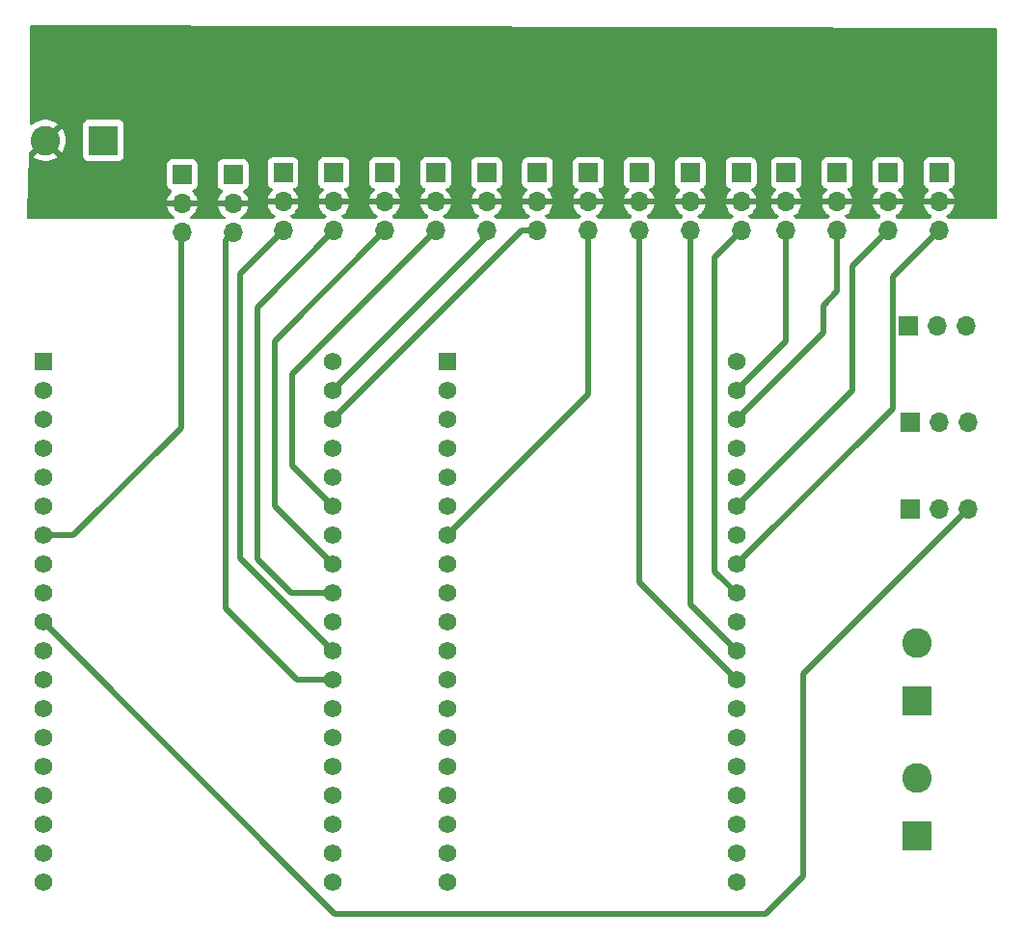
<source format=gbr>
%TF.GenerationSoftware,KiCad,Pcbnew,8.0.8*%
%TF.CreationDate,2025-01-21T20:37:44-05:00*%
%TF.ProjectId,Pit_Droid_Controller,5069745f-4472-46f6-9964-5f436f6e7472,rev?*%
%TF.SameCoordinates,Original*%
%TF.FileFunction,Copper,L2,Inr*%
%TF.FilePolarity,Positive*%
%FSLAX46Y46*%
G04 Gerber Fmt 4.6, Leading zero omitted, Abs format (unit mm)*
G04 Created by KiCad (PCBNEW 8.0.8) date 2025-01-21 20:37:44*
%MOMM*%
%LPD*%
G01*
G04 APERTURE LIST*
%TA.AperFunction,ComponentPad*%
%ADD10R,1.700000X1.700000*%
%TD*%
%TA.AperFunction,ComponentPad*%
%ADD11O,1.700000X1.700000*%
%TD*%
%TA.AperFunction,ComponentPad*%
%ADD12R,1.560000X1.560000*%
%TD*%
%TA.AperFunction,ComponentPad*%
%ADD13C,1.560000*%
%TD*%
%TA.AperFunction,ComponentPad*%
%ADD14R,2.600000X2.600000*%
%TD*%
%TA.AperFunction,ComponentPad*%
%ADD15C,2.600000*%
%TD*%
%TA.AperFunction,Conductor*%
%ADD16C,0.500000*%
%TD*%
%TA.AperFunction,Conductor*%
%ADD17C,0.200000*%
%TD*%
G04 APERTURE END LIST*
D10*
%TO.N,GND*%
%TO.C,J7*%
X158083005Y-67005000D03*
D11*
%TO.N,SVR_PWR*%
X158083005Y-69545000D03*
%TO.N,SRV_7*%
X158083005Y-72085000D03*
%TD*%
D10*
%TO.N,GND*%
%TO.C,J17*%
X160020000Y-96520000D03*
D11*
%TO.N,5V*%
X162560000Y-96520000D03*
%TO.N,Misc_1*%
X165100000Y-96520000D03*
%TD*%
D10*
%TO.N,GND*%
%TO.C,J16*%
X127299506Y-67005000D03*
D11*
%TO.N,SVR_PWR*%
X127299506Y-69545000D03*
%TO.N,SRV_16*%
X127299506Y-72085000D03*
%TD*%
D10*
%TO.N,GND*%
%TO.C,J5*%
X149144643Y-67005000D03*
D11*
%TO.N,SVR_PWR*%
X149144643Y-69545000D03*
%TO.N,SRV_5*%
X149144643Y-72085000D03*
%TD*%
D12*
%TO.N,unconnected-(U1-3V3-PadJ2-1)*%
%TO.C,U1*%
X83888000Y-83611000D03*
D13*
%TO.N,unconnected-(U1-EN-PadJ2-2)*%
X83888000Y-86151000D03*
%TO.N,unconnected-(U1-SENSOR_VP-PadJ2-3)*%
X83888000Y-88691000D03*
%TO.N,unconnected-(U1-SENSOR_VN-PadJ2-4)*%
X83888000Y-91231000D03*
%TO.N,unconnected-(U1-IO34-PadJ2-5)*%
X83888000Y-93771000D03*
%TO.N,unconnected-(U1-IO35-PadJ2-6)*%
X83888000Y-96311000D03*
%TO.N,SRV_9*%
X83888000Y-98851000D03*
%TO.N,RA_TX*%
X83888000Y-101391000D03*
%TO.N,RA_RX*%
X83888000Y-103931000D03*
%TO.N,Misc_1*%
X83888000Y-106471000D03*
%TO.N,unconnected-(U1-IO27-PadJ2-11)*%
X83888000Y-109011000D03*
%TO.N,unconnected-(U1-IO14-PadJ2-12)*%
X83888000Y-111551000D03*
%TO.N,unconnected-(U1-IO12-PadJ2-13)*%
X83888000Y-114091000D03*
%TO.N,unconnected-(U1-GND1-PadJ2-14)*%
X83888000Y-116631000D03*
%TO.N,unconnected-(U1-IO13-PadJ2-15)*%
X83888000Y-119171000D03*
%TO.N,unconnected-(U1-SD2-PadJ2-16)*%
X83888000Y-121711000D03*
%TO.N,unconnected-(U1-SD3-PadJ2-17)*%
X83888000Y-124251000D03*
%TO.N,unconnected-(U1-CMD-PadJ2-18)*%
X83888000Y-126791000D03*
%TO.N,5V*%
X83888000Y-129331000D03*
%TO.N,GND*%
X109288000Y-83611000D03*
%TO.N,SRV_15*%
X109288000Y-86151000D03*
%TO.N,SRV_16*%
X109288000Y-88691000D03*
%TO.N,unconnected-(U1-TXD0-PadJ3-4)*%
X109288000Y-91231000D03*
%TO.N,unconnected-(U1-RXD0-PadJ3-5)*%
X109288000Y-93771000D03*
%TO.N,SRV_14*%
X109288000Y-96311000D03*
%TO.N,unconnected-(U1-GND2-PadJ3-7)*%
X109288000Y-98851000D03*
%TO.N,SRV_13*%
X109288000Y-101391000D03*
%TO.N,SRV_12*%
X109288000Y-103931000D03*
%TO.N,unconnected-(U1-IO5-PadJ3-10)*%
X109288000Y-106471000D03*
%TO.N,SRV_11*%
X109288000Y-109011000D03*
%TO.N,SRV_10*%
X109288000Y-111551000D03*
%TO.N,unconnected-(U1-IO4-PadJ3-13)*%
X109288000Y-114091000D03*
%TO.N,unconnected-(U1-IO0-PadJ3-14)*%
X109288000Y-116631000D03*
%TO.N,unconnected-(U1-IO2-PadJ3-15)*%
X109288000Y-119171000D03*
%TO.N,unconnected-(U1-IO15-PadJ3-16)*%
X109288000Y-121711000D03*
%TO.N,unconnected-(U1-SD1-PadJ3-17)*%
X109288000Y-124251000D03*
%TO.N,unconnected-(U1-SD0-PadJ3-18)*%
X109288000Y-126791000D03*
%TO.N,unconnected-(U1-CLK-PadJ3-19)*%
X109288000Y-129331000D03*
%TD*%
D10*
%TO.N,GND*%
%TO.C,J15*%
X122830325Y-67005000D03*
D11*
%TO.N,SVR_PWR*%
X122830325Y-69545000D03*
%TO.N,SRV_15*%
X122830325Y-72085000D03*
%TD*%
D10*
%TO.N,GND*%
%TO.C,J2*%
X136237868Y-67005000D03*
D11*
%TO.N,SVR_PWR*%
X136237868Y-69545000D03*
%TO.N,SRV_2*%
X136237868Y-72085000D03*
%TD*%
D14*
%TO.N,GND*%
%TO.C,J50*%
X89171000Y-64155000D03*
D15*
%TO.N,SVR_PWR*%
X84091000Y-64155000D03*
%TD*%
D10*
%TO.N,GND*%
%TO.C,J13*%
X113891963Y-67005000D03*
D11*
%TO.N,SVR_PWR*%
X113891963Y-69545000D03*
%TO.N,SRV_13*%
X113891963Y-72085000D03*
%TD*%
D10*
%TO.N,GND*%
%TO.C,J11*%
X104953601Y-67005000D03*
D11*
%TO.N,SVR_PWR*%
X104953601Y-69545000D03*
%TO.N,SRV_11*%
X104953601Y-72085000D03*
%TD*%
D10*
%TO.N,GND*%
%TO.C,J6*%
X153613824Y-67005000D03*
D11*
%TO.N,SVR_PWR*%
X153613824Y-69545000D03*
%TO.N,SRV_6*%
X153613824Y-72085000D03*
%TD*%
D12*
%TO.N,unconnected-(U4-3V3-PadJ2-1)*%
%TO.C,U4*%
X119380000Y-83611000D03*
D13*
%TO.N,unconnected-(U4-EN-PadJ2-2)*%
X119380000Y-86151000D03*
%TO.N,unconnected-(U4-SENSOR_VP-PadJ2-3)*%
X119380000Y-88691000D03*
%TO.N,unconnected-(U4-SENSOR_VN-PadJ2-4)*%
X119380000Y-91231000D03*
%TO.N,unconnected-(U4-IO34-PadJ2-5)*%
X119380000Y-93771000D03*
%TO.N,unconnected-(U4-IO35-PadJ2-6)*%
X119380000Y-96311000D03*
%TO.N,SRV_1*%
X119380000Y-98851000D03*
%TO.N,LA_TX*%
X119380000Y-101391000D03*
%TO.N,LA_RX*%
X119380000Y-103931000D03*
%TO.N,unconnected-(U4-IO26-PadJ2-10)*%
X119380000Y-106471000D03*
%TO.N,unconnected-(U4-IO27-PadJ2-11)*%
X119380000Y-109011000D03*
%TO.N,unconnected-(U4-IO14-PadJ2-12)*%
X119380000Y-111551000D03*
%TO.N,unconnected-(U4-IO12-PadJ2-13)*%
X119380000Y-114091000D03*
%TO.N,unconnected-(U4-GND1-PadJ2-14)*%
X119380000Y-116631000D03*
%TO.N,unconnected-(U4-IO13-PadJ2-15)*%
X119380000Y-119171000D03*
%TO.N,unconnected-(U4-SD2-PadJ2-16)*%
X119380000Y-121711000D03*
%TO.N,unconnected-(U4-SD3-PadJ2-17)*%
X119380000Y-124251000D03*
%TO.N,unconnected-(U4-CMD-PadJ2-18)*%
X119380000Y-126791000D03*
%TO.N,5V*%
X119380000Y-129331000D03*
%TO.N,GND*%
X144780000Y-83611000D03*
%TO.N,SRV_5*%
X144780000Y-86151000D03*
%TO.N,SRV_6*%
X144780000Y-88691000D03*
%TO.N,unconnected-(U4-TXD0-PadJ3-4)*%
X144780000Y-91231000D03*
%TO.N,unconnected-(U4-RXD0-PadJ3-5)*%
X144780000Y-93771000D03*
%TO.N,SRV_7*%
X144780000Y-96311000D03*
%TO.N,unconnected-(U4-GND2-PadJ3-7)*%
X144780000Y-98851000D03*
%TO.N,SRV_8*%
X144780000Y-101391000D03*
%TO.N,SRV_4*%
X144780000Y-103931000D03*
%TO.N,unconnected-(U4-IO5-PadJ3-10)*%
X144780000Y-106471000D03*
%TO.N,SRV_3*%
X144780000Y-109011000D03*
%TO.N,SRV_2*%
X144780000Y-111551000D03*
%TO.N,unconnected-(U4-IO4-PadJ3-13)*%
X144780000Y-114091000D03*
%TO.N,unconnected-(U4-IO0-PadJ3-14)*%
X144780000Y-116631000D03*
%TO.N,unconnected-(U4-IO2-PadJ3-15)*%
X144780000Y-119171000D03*
%TO.N,unconnected-(U4-IO15-PadJ3-16)*%
X144780000Y-121711000D03*
%TO.N,unconnected-(U4-SD1-PadJ3-17)*%
X144780000Y-124251000D03*
%TO.N,unconnected-(U4-SD0-PadJ3-18)*%
X144780000Y-126791000D03*
%TO.N,unconnected-(U4-CLK-PadJ3-19)*%
X144780000Y-129331000D03*
%TD*%
D10*
%TO.N,GND*%
%TO.C,J32*%
X159894084Y-80488027D03*
D11*
%TO.N,RA_RX*%
X162434084Y-80488027D03*
%TO.N,RA_TX*%
X164974084Y-80488027D03*
%TD*%
D10*
%TO.N,GND*%
%TO.C,J3*%
X140707049Y-67005000D03*
D11*
%TO.N,SVR_PWR*%
X140707049Y-69545000D03*
%TO.N,SRV_3*%
X140707049Y-72085000D03*
%TD*%
D10*
%TO.N,GND*%
%TO.C,J1*%
X131768687Y-67005000D03*
D11*
%TO.N,SVR_PWR*%
X131768687Y-69545000D03*
%TO.N,SRV_1*%
X131768687Y-72085000D03*
%TD*%
D10*
%TO.N,GND*%
%TO.C,J4*%
X145176230Y-67005000D03*
D11*
%TO.N,SVR_PWR*%
X145176230Y-69545000D03*
%TO.N,SRV_4*%
X145176230Y-72085000D03*
%TD*%
D14*
%TO.N,GND*%
%TO.C,J51*%
X160636000Y-125267000D03*
D15*
%TO.N,5V*%
X160636000Y-120187000D03*
%TD*%
D10*
%TO.N,GND*%
%TO.C,J9*%
X96095133Y-67142489D03*
D11*
%TO.N,SVR_PWR*%
X96095133Y-69682489D03*
%TO.N,SRV_9*%
X96095133Y-72222489D03*
%TD*%
D14*
%TO.N,GND*%
%TO.C,J28*%
X160636000Y-113353000D03*
D15*
%TO.N,5V*%
X160636000Y-108273000D03*
%TD*%
D10*
%TO.N,GND*%
%TO.C,J12*%
X109422782Y-67005000D03*
D11*
%TO.N,SVR_PWR*%
X109422782Y-69545000D03*
%TO.N,SRV_12*%
X109422782Y-72085000D03*
%TD*%
D10*
%TO.N,GND*%
%TO.C,J14*%
X118361144Y-67005000D03*
D11*
%TO.N,SVR_PWR*%
X118361144Y-69545000D03*
%TO.N,SRV_14*%
X118361144Y-72085000D03*
%TD*%
D10*
%TO.N,GND*%
%TO.C,J31*%
X160020000Y-88900000D03*
D11*
%TO.N,LA_RX*%
X162560000Y-88900000D03*
%TO.N,LA_TX*%
X165100000Y-88900000D03*
%TD*%
D10*
%TO.N,GND*%
%TO.C,J10*%
X100564315Y-67142489D03*
D11*
%TO.N,SVR_PWR*%
X100564315Y-69682489D03*
%TO.N,SRV_10*%
X100564315Y-72222489D03*
%TD*%
D10*
%TO.N,GND*%
%TO.C,J8*%
X162552186Y-67005000D03*
D11*
%TO.N,SVR_PWR*%
X162552186Y-69545000D03*
%TO.N,SRV_8*%
X162552186Y-72085000D03*
%TD*%
D16*
%TO.N,Misc_1*%
X109497000Y-132080000D02*
X147320000Y-132080000D01*
X150623000Y-128777000D02*
X150623000Y-110997000D01*
X83888000Y-106471000D02*
X109497000Y-132080000D01*
X147320000Y-132080000D02*
X150623000Y-128777000D01*
X150623000Y-110997000D02*
X165100000Y-96520000D01*
%TO.N,SRV_1*%
X119380000Y-98851000D02*
X131768687Y-86462313D01*
X132022687Y-72085000D02*
X132136196Y-72198509D01*
X131768687Y-86462313D02*
X131768687Y-72085000D01*
%TO.N,SRV_2*%
X144780000Y-111551000D02*
X136237868Y-103008868D01*
X136237868Y-103008868D02*
X136237868Y-72085000D01*
%TO.N,SRV_3*%
X140707049Y-104938049D02*
X144780000Y-109011000D01*
X140707049Y-72085000D02*
X140707049Y-104938049D01*
%TO.N,SRV_4*%
X142850000Y-74411230D02*
X142850000Y-102001000D01*
X142850000Y-102001000D02*
X144780000Y-103931000D01*
X145176230Y-72085000D02*
X142850000Y-74411230D01*
%TO.N,SRV_5*%
X149144643Y-81786357D02*
X149144643Y-72085000D01*
X144780000Y-86151000D02*
X149144643Y-81786357D01*
%TO.N,SRV_6*%
X144780000Y-88691000D02*
X152400000Y-81071000D01*
X152400000Y-78643352D02*
X153613824Y-77429528D01*
X153613824Y-77429528D02*
X153613824Y-72085000D01*
X152400000Y-81071000D02*
X152400000Y-78643352D01*
%TO.N,SRV_7*%
X144780000Y-96311000D02*
X154940000Y-86151000D01*
X154940000Y-75228005D02*
X158083005Y-72085000D01*
X154940000Y-86151000D02*
X154940000Y-75228005D01*
%TO.N,SRV_8*%
X158483005Y-76154181D02*
X162552186Y-72085000D01*
X158483005Y-87687995D02*
X158483005Y-76154181D01*
X144780000Y-101391000D02*
X158483005Y-87687995D01*
D17*
%TO.N,SRV_9*%
X83888000Y-98851000D02*
X83888000Y-98992000D01*
X83888000Y-98992000D02*
X83820000Y-99060000D01*
D16*
X86151000Y-98851000D02*
X86569000Y-98851000D01*
X96007405Y-89412595D02*
X96007405Y-72310217D01*
X86151000Y-98851000D02*
X83888000Y-98851000D01*
X86569000Y-98851000D02*
X96007405Y-89412595D01*
X96007405Y-72310217D02*
X96095133Y-72222489D01*
%TO.N,SRV_10*%
X106217000Y-111551000D02*
X109288000Y-111551000D01*
X100564315Y-72222489D02*
X99884000Y-72902804D01*
X99884000Y-72902804D02*
X99884000Y-105218000D01*
X99884000Y-105218000D02*
X106217000Y-111551000D01*
%TO.N,SRV_11*%
X101154000Y-75884601D02*
X101154000Y-100877000D01*
X101154000Y-100877000D02*
X109288000Y-109011000D01*
X104953601Y-72085000D02*
X101154000Y-75884601D01*
%TO.N,SRV_12*%
X105709000Y-103931000D02*
X109288000Y-103931000D01*
X109676782Y-72085000D02*
X109530196Y-72231586D01*
X102678000Y-78829782D02*
X102678000Y-100900000D01*
X109422782Y-72085000D02*
X102678000Y-78829782D01*
X102678000Y-100900000D02*
X105709000Y-103931000D01*
%TO.N,SRV_13*%
X104202000Y-81774963D02*
X104202000Y-96305000D01*
X104202000Y-96305000D02*
X109288000Y-101391000D01*
X113891963Y-72085000D02*
X104202000Y-81774963D01*
%TO.N,SRV_14*%
X118361144Y-72085000D02*
X105726000Y-84720144D01*
X105726000Y-92749000D02*
X109288000Y-96311000D01*
X105726000Y-84720144D02*
X105726000Y-92749000D01*
D17*
%TO.N,SRV_15*%
X122830325Y-72608675D02*
X122830325Y-72085000D01*
X109288000Y-86151000D02*
X109288000Y-86292000D01*
D16*
X109288000Y-86151000D02*
X122830325Y-72608675D01*
D17*
X109288000Y-86292000D02*
X109220000Y-86360000D01*
D16*
%TO.N,SRV_16*%
X127299506Y-72085000D02*
X125894000Y-72085000D01*
X125894000Y-72085000D02*
X109288000Y-88691000D01*
%TD*%
%TA.AperFunction,Conductor*%
%TO.N,SVR_PWR*%
G36*
X167516371Y-54304630D02*
G01*
X167583351Y-54324515D01*
X167628948Y-54377455D01*
X167640000Y-54428629D01*
X167640000Y-70945000D01*
X167620315Y-71012039D01*
X167567511Y-71057794D01*
X167516000Y-71069000D01*
X163494811Y-71069000D01*
X163427772Y-71049315D01*
X163423687Y-71046575D01*
X163237591Y-70916269D01*
X163193967Y-70861692D01*
X163186774Y-70792193D01*
X163218296Y-70729839D01*
X163237591Y-70713119D01*
X163423268Y-70583105D01*
X163590291Y-70416082D01*
X163725786Y-70222578D01*
X163825615Y-70008492D01*
X163825618Y-70008486D01*
X163882822Y-69795000D01*
X162985198Y-69795000D01*
X163018111Y-69737993D01*
X163052186Y-69610826D01*
X163052186Y-69479174D01*
X163018111Y-69352007D01*
X162985198Y-69295000D01*
X163882822Y-69295000D01*
X163882821Y-69294999D01*
X163825618Y-69081513D01*
X163825615Y-69081507D01*
X163725786Y-68867422D01*
X163725785Y-68867420D01*
X163590299Y-68673926D01*
X163590294Y-68673920D01*
X163468239Y-68551865D01*
X163434754Y-68490542D01*
X163439738Y-68420850D01*
X163481610Y-68364917D01*
X163512586Y-68348002D01*
X163644517Y-68298796D01*
X163759732Y-68212546D01*
X163845982Y-68097331D01*
X163896277Y-67962483D01*
X163902686Y-67902873D01*
X163902685Y-66107128D01*
X163896277Y-66047517D01*
X163861770Y-65955000D01*
X163845983Y-65912671D01*
X163845979Y-65912664D01*
X163759733Y-65797455D01*
X163759730Y-65797452D01*
X163644521Y-65711206D01*
X163644514Y-65711202D01*
X163509668Y-65660908D01*
X163509669Y-65660908D01*
X163450069Y-65654501D01*
X163450067Y-65654500D01*
X163450059Y-65654500D01*
X163450050Y-65654500D01*
X161654315Y-65654500D01*
X161654309Y-65654501D01*
X161594702Y-65660908D01*
X161459857Y-65711202D01*
X161459850Y-65711206D01*
X161344641Y-65797452D01*
X161344638Y-65797455D01*
X161258392Y-65912664D01*
X161258388Y-65912671D01*
X161208094Y-66047517D01*
X161201687Y-66107116D01*
X161201687Y-66107123D01*
X161201686Y-66107135D01*
X161201686Y-67902870D01*
X161201687Y-67902876D01*
X161208094Y-67962483D01*
X161258388Y-68097328D01*
X161258392Y-68097335D01*
X161344638Y-68212544D01*
X161344641Y-68212547D01*
X161459850Y-68298793D01*
X161459857Y-68298797D01*
X161459860Y-68298798D01*
X161591784Y-68348002D01*
X161647717Y-68389873D01*
X161672135Y-68455337D01*
X161657284Y-68523610D01*
X161636133Y-68551865D01*
X161514072Y-68673926D01*
X161378586Y-68867420D01*
X161378585Y-68867422D01*
X161278756Y-69081507D01*
X161278753Y-69081513D01*
X161221550Y-69294999D01*
X161221550Y-69295000D01*
X162119174Y-69295000D01*
X162086261Y-69352007D01*
X162052186Y-69479174D01*
X162052186Y-69610826D01*
X162086261Y-69737993D01*
X162119174Y-69795000D01*
X161221550Y-69795000D01*
X161278753Y-70008486D01*
X161278756Y-70008492D01*
X161378585Y-70222578D01*
X161514080Y-70416082D01*
X161681103Y-70583105D01*
X161866781Y-70713119D01*
X161910405Y-70767696D01*
X161917598Y-70837195D01*
X161886076Y-70899549D01*
X161866781Y-70916269D01*
X161680685Y-71046575D01*
X161614478Y-71068902D01*
X161609561Y-71069000D01*
X159025630Y-71069000D01*
X158958591Y-71049315D01*
X158954506Y-71046575D01*
X158768410Y-70916269D01*
X158724786Y-70861692D01*
X158717593Y-70792193D01*
X158749115Y-70729839D01*
X158768410Y-70713119D01*
X158954087Y-70583105D01*
X159121110Y-70416082D01*
X159256605Y-70222578D01*
X159356434Y-70008492D01*
X159356437Y-70008486D01*
X159413641Y-69795000D01*
X158516017Y-69795000D01*
X158548930Y-69737993D01*
X158583005Y-69610826D01*
X158583005Y-69479174D01*
X158548930Y-69352007D01*
X158516017Y-69295000D01*
X159413641Y-69295000D01*
X159413640Y-69294999D01*
X159356437Y-69081513D01*
X159356434Y-69081507D01*
X159256605Y-68867422D01*
X159256604Y-68867420D01*
X159121118Y-68673926D01*
X159121113Y-68673920D01*
X158999058Y-68551865D01*
X158965573Y-68490542D01*
X158970557Y-68420850D01*
X159012429Y-68364917D01*
X159043405Y-68348002D01*
X159175336Y-68298796D01*
X159290551Y-68212546D01*
X159376801Y-68097331D01*
X159427096Y-67962483D01*
X159433505Y-67902873D01*
X159433504Y-66107128D01*
X159427096Y-66047517D01*
X159392589Y-65955000D01*
X159376802Y-65912671D01*
X159376798Y-65912664D01*
X159290552Y-65797455D01*
X159290549Y-65797452D01*
X159175340Y-65711206D01*
X159175333Y-65711202D01*
X159040487Y-65660908D01*
X159040488Y-65660908D01*
X158980888Y-65654501D01*
X158980886Y-65654500D01*
X158980878Y-65654500D01*
X158980869Y-65654500D01*
X157185134Y-65654500D01*
X157185128Y-65654501D01*
X157125521Y-65660908D01*
X156990676Y-65711202D01*
X156990669Y-65711206D01*
X156875460Y-65797452D01*
X156875457Y-65797455D01*
X156789211Y-65912664D01*
X156789207Y-65912671D01*
X156738913Y-66047517D01*
X156732506Y-66107116D01*
X156732506Y-66107123D01*
X156732505Y-66107135D01*
X156732505Y-67902870D01*
X156732506Y-67902876D01*
X156738913Y-67962483D01*
X156789207Y-68097328D01*
X156789211Y-68097335D01*
X156875457Y-68212544D01*
X156875460Y-68212547D01*
X156990669Y-68298793D01*
X156990676Y-68298797D01*
X156990679Y-68298798D01*
X157122603Y-68348002D01*
X157178536Y-68389873D01*
X157202954Y-68455337D01*
X157188103Y-68523610D01*
X157166952Y-68551865D01*
X157044891Y-68673926D01*
X156909405Y-68867420D01*
X156909404Y-68867422D01*
X156809575Y-69081507D01*
X156809572Y-69081513D01*
X156752369Y-69294999D01*
X156752369Y-69295000D01*
X157649993Y-69295000D01*
X157617080Y-69352007D01*
X157583005Y-69479174D01*
X157583005Y-69610826D01*
X157617080Y-69737993D01*
X157649993Y-69795000D01*
X156752369Y-69795000D01*
X156809572Y-70008486D01*
X156809575Y-70008492D01*
X156909404Y-70222578D01*
X157044899Y-70416082D01*
X157211922Y-70583105D01*
X157397600Y-70713119D01*
X157441224Y-70767696D01*
X157448417Y-70837195D01*
X157416895Y-70899549D01*
X157397600Y-70916269D01*
X157211504Y-71046575D01*
X157145297Y-71068902D01*
X157140380Y-71069000D01*
X154556449Y-71069000D01*
X154489410Y-71049315D01*
X154485325Y-71046575D01*
X154299229Y-70916269D01*
X154255605Y-70861692D01*
X154248412Y-70792193D01*
X154279934Y-70729839D01*
X154299229Y-70713119D01*
X154484906Y-70583105D01*
X154651929Y-70416082D01*
X154787424Y-70222578D01*
X154887253Y-70008492D01*
X154887256Y-70008486D01*
X154944460Y-69795000D01*
X154046836Y-69795000D01*
X154079749Y-69737993D01*
X154113824Y-69610826D01*
X154113824Y-69479174D01*
X154079749Y-69352007D01*
X154046836Y-69295000D01*
X154944460Y-69295000D01*
X154944459Y-69294999D01*
X154887256Y-69081513D01*
X154887253Y-69081507D01*
X154787424Y-68867422D01*
X154787423Y-68867420D01*
X154651937Y-68673926D01*
X154651932Y-68673920D01*
X154529877Y-68551865D01*
X154496392Y-68490542D01*
X154501376Y-68420850D01*
X154543248Y-68364917D01*
X154574224Y-68348002D01*
X154706155Y-68298796D01*
X154821370Y-68212546D01*
X154907620Y-68097331D01*
X154957915Y-67962483D01*
X154964324Y-67902873D01*
X154964323Y-66107128D01*
X154957915Y-66047517D01*
X154923408Y-65955000D01*
X154907621Y-65912671D01*
X154907617Y-65912664D01*
X154821371Y-65797455D01*
X154821368Y-65797452D01*
X154706159Y-65711206D01*
X154706152Y-65711202D01*
X154571306Y-65660908D01*
X154571307Y-65660908D01*
X154511707Y-65654501D01*
X154511705Y-65654500D01*
X154511697Y-65654500D01*
X154511688Y-65654500D01*
X152715953Y-65654500D01*
X152715947Y-65654501D01*
X152656340Y-65660908D01*
X152521495Y-65711202D01*
X152521488Y-65711206D01*
X152406279Y-65797452D01*
X152406276Y-65797455D01*
X152320030Y-65912664D01*
X152320026Y-65912671D01*
X152269732Y-66047517D01*
X152263325Y-66107116D01*
X152263325Y-66107123D01*
X152263324Y-66107135D01*
X152263324Y-67902870D01*
X152263325Y-67902876D01*
X152269732Y-67962483D01*
X152320026Y-68097328D01*
X152320030Y-68097335D01*
X152406276Y-68212544D01*
X152406279Y-68212547D01*
X152521488Y-68298793D01*
X152521495Y-68298797D01*
X152521498Y-68298798D01*
X152653422Y-68348002D01*
X152709355Y-68389873D01*
X152733773Y-68455337D01*
X152718922Y-68523610D01*
X152697771Y-68551865D01*
X152575710Y-68673926D01*
X152440224Y-68867420D01*
X152440223Y-68867422D01*
X152340394Y-69081507D01*
X152340391Y-69081513D01*
X152283188Y-69294999D01*
X152283188Y-69295000D01*
X153180812Y-69295000D01*
X153147899Y-69352007D01*
X153113824Y-69479174D01*
X153113824Y-69610826D01*
X153147899Y-69737993D01*
X153180812Y-69795000D01*
X152283188Y-69795000D01*
X152340391Y-70008486D01*
X152340394Y-70008492D01*
X152440223Y-70222578D01*
X152575718Y-70416082D01*
X152742741Y-70583105D01*
X152928419Y-70713119D01*
X152972043Y-70767696D01*
X152979236Y-70837195D01*
X152947714Y-70899549D01*
X152928419Y-70916269D01*
X152742323Y-71046575D01*
X152676116Y-71068902D01*
X152671199Y-71069000D01*
X150087268Y-71069000D01*
X150020229Y-71049315D01*
X150016144Y-71046575D01*
X149830048Y-70916269D01*
X149786424Y-70861692D01*
X149779231Y-70792193D01*
X149810753Y-70729839D01*
X149830048Y-70713119D01*
X150015725Y-70583105D01*
X150182748Y-70416082D01*
X150318243Y-70222578D01*
X150418072Y-70008492D01*
X150418075Y-70008486D01*
X150475279Y-69795000D01*
X149577655Y-69795000D01*
X149610568Y-69737993D01*
X149644643Y-69610826D01*
X149644643Y-69479174D01*
X149610568Y-69352007D01*
X149577655Y-69295000D01*
X150475279Y-69295000D01*
X150475278Y-69294999D01*
X150418075Y-69081513D01*
X150418072Y-69081507D01*
X150318243Y-68867422D01*
X150318242Y-68867420D01*
X150182756Y-68673926D01*
X150182751Y-68673920D01*
X150060696Y-68551865D01*
X150027211Y-68490542D01*
X150032195Y-68420850D01*
X150074067Y-68364917D01*
X150105043Y-68348002D01*
X150236974Y-68298796D01*
X150352189Y-68212546D01*
X150438439Y-68097331D01*
X150488734Y-67962483D01*
X150495143Y-67902873D01*
X150495142Y-66107128D01*
X150488734Y-66047517D01*
X150454227Y-65955000D01*
X150438440Y-65912671D01*
X150438436Y-65912664D01*
X150352190Y-65797455D01*
X150352187Y-65797452D01*
X150236978Y-65711206D01*
X150236971Y-65711202D01*
X150102125Y-65660908D01*
X150102126Y-65660908D01*
X150042526Y-65654501D01*
X150042524Y-65654500D01*
X150042516Y-65654500D01*
X150042507Y-65654500D01*
X148246772Y-65654500D01*
X148246766Y-65654501D01*
X148187159Y-65660908D01*
X148052314Y-65711202D01*
X148052307Y-65711206D01*
X147937098Y-65797452D01*
X147937095Y-65797455D01*
X147850849Y-65912664D01*
X147850845Y-65912671D01*
X147800551Y-66047517D01*
X147794144Y-66107116D01*
X147794144Y-66107123D01*
X147794143Y-66107135D01*
X147794143Y-67902870D01*
X147794144Y-67902876D01*
X147800551Y-67962483D01*
X147850845Y-68097328D01*
X147850849Y-68097335D01*
X147937095Y-68212544D01*
X147937098Y-68212547D01*
X148052307Y-68298793D01*
X148052314Y-68298797D01*
X148052317Y-68298798D01*
X148184241Y-68348002D01*
X148240174Y-68389873D01*
X148264592Y-68455337D01*
X148249741Y-68523610D01*
X148228590Y-68551865D01*
X148106529Y-68673926D01*
X147971043Y-68867420D01*
X147971042Y-68867422D01*
X147871213Y-69081507D01*
X147871210Y-69081513D01*
X147814007Y-69294999D01*
X147814007Y-69295000D01*
X148711631Y-69295000D01*
X148678718Y-69352007D01*
X148644643Y-69479174D01*
X148644643Y-69610826D01*
X148678718Y-69737993D01*
X148711631Y-69795000D01*
X147814007Y-69795000D01*
X147871210Y-70008486D01*
X147871213Y-70008492D01*
X147971042Y-70222578D01*
X148106537Y-70416082D01*
X148273560Y-70583105D01*
X148459238Y-70713119D01*
X148502862Y-70767696D01*
X148510055Y-70837195D01*
X148478533Y-70899549D01*
X148459238Y-70916269D01*
X148273142Y-71046575D01*
X148206935Y-71068902D01*
X148202018Y-71069000D01*
X146118855Y-71069000D01*
X146051816Y-71049315D01*
X146047731Y-71046575D01*
X145861635Y-70916269D01*
X145818011Y-70861692D01*
X145810818Y-70792193D01*
X145842340Y-70729839D01*
X145861635Y-70713119D01*
X146047312Y-70583105D01*
X146214335Y-70416082D01*
X146349830Y-70222578D01*
X146449659Y-70008492D01*
X146449662Y-70008486D01*
X146506866Y-69795000D01*
X145609242Y-69795000D01*
X145642155Y-69737993D01*
X145676230Y-69610826D01*
X145676230Y-69479174D01*
X145642155Y-69352007D01*
X145609242Y-69295000D01*
X146506866Y-69295000D01*
X146506865Y-69294999D01*
X146449662Y-69081513D01*
X146449659Y-69081507D01*
X146349830Y-68867422D01*
X146349829Y-68867420D01*
X146214343Y-68673926D01*
X146214338Y-68673920D01*
X146092283Y-68551865D01*
X146058798Y-68490542D01*
X146063782Y-68420850D01*
X146105654Y-68364917D01*
X146136630Y-68348002D01*
X146268561Y-68298796D01*
X146383776Y-68212546D01*
X146470026Y-68097331D01*
X146520321Y-67962483D01*
X146526730Y-67902873D01*
X146526729Y-66107128D01*
X146520321Y-66047517D01*
X146485814Y-65955000D01*
X146470027Y-65912671D01*
X146470023Y-65912664D01*
X146383777Y-65797455D01*
X146383774Y-65797452D01*
X146268565Y-65711206D01*
X146268558Y-65711202D01*
X146133712Y-65660908D01*
X146133713Y-65660908D01*
X146074113Y-65654501D01*
X146074111Y-65654500D01*
X146074103Y-65654500D01*
X146074094Y-65654500D01*
X144278359Y-65654500D01*
X144278353Y-65654501D01*
X144218746Y-65660908D01*
X144083901Y-65711202D01*
X144083894Y-65711206D01*
X143968685Y-65797452D01*
X143968682Y-65797455D01*
X143882436Y-65912664D01*
X143882432Y-65912671D01*
X143832138Y-66047517D01*
X143825731Y-66107116D01*
X143825731Y-66107123D01*
X143825730Y-66107135D01*
X143825730Y-67902870D01*
X143825731Y-67902876D01*
X143832138Y-67962483D01*
X143882432Y-68097328D01*
X143882436Y-68097335D01*
X143968682Y-68212544D01*
X143968685Y-68212547D01*
X144083894Y-68298793D01*
X144083901Y-68298797D01*
X144083904Y-68298798D01*
X144215828Y-68348002D01*
X144271761Y-68389873D01*
X144296179Y-68455337D01*
X144281328Y-68523610D01*
X144260177Y-68551865D01*
X144138116Y-68673926D01*
X144002630Y-68867420D01*
X144002629Y-68867422D01*
X143902800Y-69081507D01*
X143902797Y-69081513D01*
X143845594Y-69294999D01*
X143845594Y-69295000D01*
X144743218Y-69295000D01*
X144710305Y-69352007D01*
X144676230Y-69479174D01*
X144676230Y-69610826D01*
X144710305Y-69737993D01*
X144743218Y-69795000D01*
X143845594Y-69795000D01*
X143902797Y-70008486D01*
X143902800Y-70008492D01*
X144002629Y-70222578D01*
X144138124Y-70416082D01*
X144305147Y-70583105D01*
X144490825Y-70713119D01*
X144534449Y-70767696D01*
X144541642Y-70837195D01*
X144510120Y-70899549D01*
X144490825Y-70916269D01*
X144304729Y-71046575D01*
X144238522Y-71068902D01*
X144233605Y-71069000D01*
X141649674Y-71069000D01*
X141582635Y-71049315D01*
X141578550Y-71046575D01*
X141392454Y-70916269D01*
X141348830Y-70861692D01*
X141341637Y-70792193D01*
X141373159Y-70729839D01*
X141392454Y-70713119D01*
X141578131Y-70583105D01*
X141745154Y-70416082D01*
X141880649Y-70222578D01*
X141980478Y-70008492D01*
X141980481Y-70008486D01*
X142037685Y-69795000D01*
X141140061Y-69795000D01*
X141172974Y-69737993D01*
X141207049Y-69610826D01*
X141207049Y-69479174D01*
X141172974Y-69352007D01*
X141140061Y-69295000D01*
X142037685Y-69295000D01*
X142037684Y-69294999D01*
X141980481Y-69081513D01*
X141980478Y-69081507D01*
X141880649Y-68867422D01*
X141880648Y-68867420D01*
X141745162Y-68673926D01*
X141745157Y-68673920D01*
X141623102Y-68551865D01*
X141589617Y-68490542D01*
X141594601Y-68420850D01*
X141636473Y-68364917D01*
X141667449Y-68348002D01*
X141799380Y-68298796D01*
X141914595Y-68212546D01*
X142000845Y-68097331D01*
X142051140Y-67962483D01*
X142057549Y-67902873D01*
X142057548Y-66107128D01*
X142051140Y-66047517D01*
X142016633Y-65955000D01*
X142000846Y-65912671D01*
X142000842Y-65912664D01*
X141914596Y-65797455D01*
X141914593Y-65797452D01*
X141799384Y-65711206D01*
X141799377Y-65711202D01*
X141664531Y-65660908D01*
X141664532Y-65660908D01*
X141604932Y-65654501D01*
X141604930Y-65654500D01*
X141604922Y-65654500D01*
X141604913Y-65654500D01*
X139809178Y-65654500D01*
X139809172Y-65654501D01*
X139749565Y-65660908D01*
X139614720Y-65711202D01*
X139614713Y-65711206D01*
X139499504Y-65797452D01*
X139499501Y-65797455D01*
X139413255Y-65912664D01*
X139413251Y-65912671D01*
X139362957Y-66047517D01*
X139356550Y-66107116D01*
X139356550Y-66107123D01*
X139356549Y-66107135D01*
X139356549Y-67902870D01*
X139356550Y-67902876D01*
X139362957Y-67962483D01*
X139413251Y-68097328D01*
X139413255Y-68097335D01*
X139499501Y-68212544D01*
X139499504Y-68212547D01*
X139614713Y-68298793D01*
X139614720Y-68298797D01*
X139614723Y-68298798D01*
X139746647Y-68348002D01*
X139802580Y-68389873D01*
X139826998Y-68455337D01*
X139812147Y-68523610D01*
X139790996Y-68551865D01*
X139668935Y-68673926D01*
X139533449Y-68867420D01*
X139533448Y-68867422D01*
X139433619Y-69081507D01*
X139433616Y-69081513D01*
X139376413Y-69294999D01*
X139376413Y-69295000D01*
X140274037Y-69295000D01*
X140241124Y-69352007D01*
X140207049Y-69479174D01*
X140207049Y-69610826D01*
X140241124Y-69737993D01*
X140274037Y-69795000D01*
X139376413Y-69795000D01*
X139433616Y-70008486D01*
X139433619Y-70008492D01*
X139533448Y-70222578D01*
X139668943Y-70416082D01*
X139835966Y-70583105D01*
X140021644Y-70713119D01*
X140065268Y-70767696D01*
X140072461Y-70837195D01*
X140040939Y-70899549D01*
X140021644Y-70916269D01*
X139835548Y-71046575D01*
X139769341Y-71068902D01*
X139764424Y-71069000D01*
X137180493Y-71069000D01*
X137113454Y-71049315D01*
X137109369Y-71046575D01*
X136923273Y-70916269D01*
X136879649Y-70861692D01*
X136872456Y-70792193D01*
X136903978Y-70729839D01*
X136923273Y-70713119D01*
X137108950Y-70583105D01*
X137275973Y-70416082D01*
X137411468Y-70222578D01*
X137511297Y-70008492D01*
X137511300Y-70008486D01*
X137568504Y-69795000D01*
X136670880Y-69795000D01*
X136703793Y-69737993D01*
X136737868Y-69610826D01*
X136737868Y-69479174D01*
X136703793Y-69352007D01*
X136670880Y-69295000D01*
X137568504Y-69295000D01*
X137568503Y-69294999D01*
X137511300Y-69081513D01*
X137511297Y-69081507D01*
X137411468Y-68867422D01*
X137411467Y-68867420D01*
X137275981Y-68673926D01*
X137275976Y-68673920D01*
X137153921Y-68551865D01*
X137120436Y-68490542D01*
X137125420Y-68420850D01*
X137167292Y-68364917D01*
X137198268Y-68348002D01*
X137330199Y-68298796D01*
X137445414Y-68212546D01*
X137531664Y-68097331D01*
X137581959Y-67962483D01*
X137588368Y-67902873D01*
X137588367Y-66107128D01*
X137581959Y-66047517D01*
X137547452Y-65955000D01*
X137531665Y-65912671D01*
X137531661Y-65912664D01*
X137445415Y-65797455D01*
X137445412Y-65797452D01*
X137330203Y-65711206D01*
X137330196Y-65711202D01*
X137195350Y-65660908D01*
X137195351Y-65660908D01*
X137135751Y-65654501D01*
X137135749Y-65654500D01*
X137135741Y-65654500D01*
X137135732Y-65654500D01*
X135339997Y-65654500D01*
X135339991Y-65654501D01*
X135280384Y-65660908D01*
X135145539Y-65711202D01*
X135145532Y-65711206D01*
X135030323Y-65797452D01*
X135030320Y-65797455D01*
X134944074Y-65912664D01*
X134944070Y-65912671D01*
X134893776Y-66047517D01*
X134887369Y-66107116D01*
X134887369Y-66107123D01*
X134887368Y-66107135D01*
X134887368Y-67902870D01*
X134887369Y-67902876D01*
X134893776Y-67962483D01*
X134944070Y-68097328D01*
X134944074Y-68097335D01*
X135030320Y-68212544D01*
X135030323Y-68212547D01*
X135145532Y-68298793D01*
X135145539Y-68298797D01*
X135145542Y-68298798D01*
X135277466Y-68348002D01*
X135333399Y-68389873D01*
X135357817Y-68455337D01*
X135342966Y-68523610D01*
X135321815Y-68551865D01*
X135199754Y-68673926D01*
X135064268Y-68867420D01*
X135064267Y-68867422D01*
X134964438Y-69081507D01*
X134964435Y-69081513D01*
X134907232Y-69294999D01*
X134907232Y-69295000D01*
X135804856Y-69295000D01*
X135771943Y-69352007D01*
X135737868Y-69479174D01*
X135737868Y-69610826D01*
X135771943Y-69737993D01*
X135804856Y-69795000D01*
X134907232Y-69795000D01*
X134964435Y-70008486D01*
X134964438Y-70008492D01*
X135064267Y-70222578D01*
X135199762Y-70416082D01*
X135366785Y-70583105D01*
X135552463Y-70713119D01*
X135596087Y-70767696D01*
X135603280Y-70837195D01*
X135571758Y-70899549D01*
X135552463Y-70916269D01*
X135366367Y-71046575D01*
X135300160Y-71068902D01*
X135295243Y-71069000D01*
X132711312Y-71069000D01*
X132644273Y-71049315D01*
X132640188Y-71046575D01*
X132454092Y-70916269D01*
X132410468Y-70861692D01*
X132403275Y-70792193D01*
X132434797Y-70729839D01*
X132454092Y-70713119D01*
X132639769Y-70583105D01*
X132806792Y-70416082D01*
X132942287Y-70222578D01*
X133042116Y-70008492D01*
X133042119Y-70008486D01*
X133099323Y-69795000D01*
X132201699Y-69795000D01*
X132234612Y-69737993D01*
X132268687Y-69610826D01*
X132268687Y-69479174D01*
X132234612Y-69352007D01*
X132201699Y-69295000D01*
X133099323Y-69295000D01*
X133099322Y-69294999D01*
X133042119Y-69081513D01*
X133042116Y-69081507D01*
X132942287Y-68867422D01*
X132942286Y-68867420D01*
X132806800Y-68673926D01*
X132806795Y-68673920D01*
X132684740Y-68551865D01*
X132651255Y-68490542D01*
X132656239Y-68420850D01*
X132698111Y-68364917D01*
X132729087Y-68348002D01*
X132861018Y-68298796D01*
X132976233Y-68212546D01*
X133062483Y-68097331D01*
X133112778Y-67962483D01*
X133119187Y-67902873D01*
X133119186Y-66107128D01*
X133112778Y-66047517D01*
X133078271Y-65955000D01*
X133062484Y-65912671D01*
X133062480Y-65912664D01*
X132976234Y-65797455D01*
X132976231Y-65797452D01*
X132861022Y-65711206D01*
X132861015Y-65711202D01*
X132726169Y-65660908D01*
X132726170Y-65660908D01*
X132666570Y-65654501D01*
X132666568Y-65654500D01*
X132666560Y-65654500D01*
X132666551Y-65654500D01*
X130870816Y-65654500D01*
X130870810Y-65654501D01*
X130811203Y-65660908D01*
X130676358Y-65711202D01*
X130676351Y-65711206D01*
X130561142Y-65797452D01*
X130561139Y-65797455D01*
X130474893Y-65912664D01*
X130474889Y-65912671D01*
X130424595Y-66047517D01*
X130418188Y-66107116D01*
X130418188Y-66107123D01*
X130418187Y-66107135D01*
X130418187Y-67902870D01*
X130418188Y-67902876D01*
X130424595Y-67962483D01*
X130474889Y-68097328D01*
X130474893Y-68097335D01*
X130561139Y-68212544D01*
X130561142Y-68212547D01*
X130676351Y-68298793D01*
X130676358Y-68298797D01*
X130676361Y-68298798D01*
X130808285Y-68348002D01*
X130864218Y-68389873D01*
X130888636Y-68455337D01*
X130873785Y-68523610D01*
X130852634Y-68551865D01*
X130730573Y-68673926D01*
X130595087Y-68867420D01*
X130595086Y-68867422D01*
X130495257Y-69081507D01*
X130495254Y-69081513D01*
X130438051Y-69294999D01*
X130438051Y-69295000D01*
X131335675Y-69295000D01*
X131302762Y-69352007D01*
X131268687Y-69479174D01*
X131268687Y-69610826D01*
X131302762Y-69737993D01*
X131335675Y-69795000D01*
X130438051Y-69795000D01*
X130495254Y-70008486D01*
X130495257Y-70008492D01*
X130595086Y-70222578D01*
X130730581Y-70416082D01*
X130897604Y-70583105D01*
X131083282Y-70713119D01*
X131126906Y-70767696D01*
X131134099Y-70837195D01*
X131102577Y-70899549D01*
X131083282Y-70916269D01*
X130897186Y-71046575D01*
X130830979Y-71068902D01*
X130826062Y-71069000D01*
X128242131Y-71069000D01*
X128175092Y-71049315D01*
X128171007Y-71046575D01*
X127984911Y-70916269D01*
X127941287Y-70861692D01*
X127934094Y-70792193D01*
X127965616Y-70729839D01*
X127984911Y-70713119D01*
X128170588Y-70583105D01*
X128337611Y-70416082D01*
X128473106Y-70222578D01*
X128572935Y-70008492D01*
X128572938Y-70008486D01*
X128630142Y-69795000D01*
X127732518Y-69795000D01*
X127765431Y-69737993D01*
X127799506Y-69610826D01*
X127799506Y-69479174D01*
X127765431Y-69352007D01*
X127732518Y-69295000D01*
X128630142Y-69295000D01*
X128630141Y-69294999D01*
X128572938Y-69081513D01*
X128572935Y-69081507D01*
X128473106Y-68867422D01*
X128473105Y-68867420D01*
X128337619Y-68673926D01*
X128337614Y-68673920D01*
X128215559Y-68551865D01*
X128182074Y-68490542D01*
X128187058Y-68420850D01*
X128228930Y-68364917D01*
X128259906Y-68348002D01*
X128391837Y-68298796D01*
X128507052Y-68212546D01*
X128593302Y-68097331D01*
X128643597Y-67962483D01*
X128650006Y-67902873D01*
X128650005Y-66107128D01*
X128643597Y-66047517D01*
X128609090Y-65955000D01*
X128593303Y-65912671D01*
X128593299Y-65912664D01*
X128507053Y-65797455D01*
X128507050Y-65797452D01*
X128391841Y-65711206D01*
X128391834Y-65711202D01*
X128256988Y-65660908D01*
X128256989Y-65660908D01*
X128197389Y-65654501D01*
X128197387Y-65654500D01*
X128197379Y-65654500D01*
X128197370Y-65654500D01*
X126401635Y-65654500D01*
X126401629Y-65654501D01*
X126342022Y-65660908D01*
X126207177Y-65711202D01*
X126207170Y-65711206D01*
X126091961Y-65797452D01*
X126091958Y-65797455D01*
X126005712Y-65912664D01*
X126005708Y-65912671D01*
X125955414Y-66047517D01*
X125949007Y-66107116D01*
X125949007Y-66107123D01*
X125949006Y-66107135D01*
X125949006Y-67902870D01*
X125949007Y-67902876D01*
X125955414Y-67962483D01*
X126005708Y-68097328D01*
X126005712Y-68097335D01*
X126091958Y-68212544D01*
X126091961Y-68212547D01*
X126207170Y-68298793D01*
X126207177Y-68298797D01*
X126207180Y-68298798D01*
X126339104Y-68348002D01*
X126395037Y-68389873D01*
X126419455Y-68455337D01*
X126404604Y-68523610D01*
X126383453Y-68551865D01*
X126261392Y-68673926D01*
X126125906Y-68867420D01*
X126125905Y-68867422D01*
X126026076Y-69081507D01*
X126026073Y-69081513D01*
X125968870Y-69294999D01*
X125968870Y-69295000D01*
X126866494Y-69295000D01*
X126833581Y-69352007D01*
X126799506Y-69479174D01*
X126799506Y-69610826D01*
X126833581Y-69737993D01*
X126866494Y-69795000D01*
X125968870Y-69795000D01*
X126026073Y-70008486D01*
X126026076Y-70008492D01*
X126125905Y-70222578D01*
X126261400Y-70416082D01*
X126428423Y-70583105D01*
X126614101Y-70713119D01*
X126657725Y-70767696D01*
X126664918Y-70837195D01*
X126633396Y-70899549D01*
X126614101Y-70916269D01*
X126428005Y-71046575D01*
X126361798Y-71068902D01*
X126356881Y-71069000D01*
X123772950Y-71069000D01*
X123705911Y-71049315D01*
X123701826Y-71046575D01*
X123515730Y-70916269D01*
X123472106Y-70861692D01*
X123464913Y-70792193D01*
X123496435Y-70729839D01*
X123515730Y-70713119D01*
X123701407Y-70583105D01*
X123868430Y-70416082D01*
X124003925Y-70222578D01*
X124103754Y-70008492D01*
X124103757Y-70008486D01*
X124160961Y-69795000D01*
X123263337Y-69795000D01*
X123296250Y-69737993D01*
X123330325Y-69610826D01*
X123330325Y-69479174D01*
X123296250Y-69352007D01*
X123263337Y-69295000D01*
X124160961Y-69295000D01*
X124160960Y-69294999D01*
X124103757Y-69081513D01*
X124103754Y-69081507D01*
X124003925Y-68867422D01*
X124003924Y-68867420D01*
X123868438Y-68673926D01*
X123868433Y-68673920D01*
X123746378Y-68551865D01*
X123712893Y-68490542D01*
X123717877Y-68420850D01*
X123759749Y-68364917D01*
X123790725Y-68348002D01*
X123922656Y-68298796D01*
X124037871Y-68212546D01*
X124124121Y-68097331D01*
X124174416Y-67962483D01*
X124180825Y-67902873D01*
X124180824Y-66107128D01*
X124174416Y-66047517D01*
X124139909Y-65955000D01*
X124124122Y-65912671D01*
X124124118Y-65912664D01*
X124037872Y-65797455D01*
X124037869Y-65797452D01*
X123922660Y-65711206D01*
X123922653Y-65711202D01*
X123787807Y-65660908D01*
X123787808Y-65660908D01*
X123728208Y-65654501D01*
X123728206Y-65654500D01*
X123728198Y-65654500D01*
X123728189Y-65654500D01*
X121932454Y-65654500D01*
X121932448Y-65654501D01*
X121872841Y-65660908D01*
X121737996Y-65711202D01*
X121737989Y-65711206D01*
X121622780Y-65797452D01*
X121622777Y-65797455D01*
X121536531Y-65912664D01*
X121536527Y-65912671D01*
X121486233Y-66047517D01*
X121479826Y-66107116D01*
X121479826Y-66107123D01*
X121479825Y-66107135D01*
X121479825Y-67902870D01*
X121479826Y-67902876D01*
X121486233Y-67962483D01*
X121536527Y-68097328D01*
X121536531Y-68097335D01*
X121622777Y-68212544D01*
X121622780Y-68212547D01*
X121737989Y-68298793D01*
X121737996Y-68298797D01*
X121737999Y-68298798D01*
X121869923Y-68348002D01*
X121925856Y-68389873D01*
X121950274Y-68455337D01*
X121935423Y-68523610D01*
X121914272Y-68551865D01*
X121792211Y-68673926D01*
X121656725Y-68867420D01*
X121656724Y-68867422D01*
X121556895Y-69081507D01*
X121556892Y-69081513D01*
X121499689Y-69294999D01*
X121499689Y-69295000D01*
X122397313Y-69295000D01*
X122364400Y-69352007D01*
X122330325Y-69479174D01*
X122330325Y-69610826D01*
X122364400Y-69737993D01*
X122397313Y-69795000D01*
X121499689Y-69795000D01*
X121556892Y-70008486D01*
X121556895Y-70008492D01*
X121656724Y-70222578D01*
X121792219Y-70416082D01*
X121959242Y-70583105D01*
X122144920Y-70713119D01*
X122188544Y-70767696D01*
X122195737Y-70837195D01*
X122164215Y-70899549D01*
X122144920Y-70916269D01*
X121958824Y-71046575D01*
X121892617Y-71068902D01*
X121887700Y-71069000D01*
X119303769Y-71069000D01*
X119236730Y-71049315D01*
X119232645Y-71046575D01*
X119046549Y-70916269D01*
X119002925Y-70861692D01*
X118995732Y-70792193D01*
X119027254Y-70729839D01*
X119046549Y-70713119D01*
X119232226Y-70583105D01*
X119399249Y-70416082D01*
X119534744Y-70222578D01*
X119634573Y-70008492D01*
X119634576Y-70008486D01*
X119691780Y-69795000D01*
X118794156Y-69795000D01*
X118827069Y-69737993D01*
X118861144Y-69610826D01*
X118861144Y-69479174D01*
X118827069Y-69352007D01*
X118794156Y-69295000D01*
X119691780Y-69295000D01*
X119691779Y-69294999D01*
X119634576Y-69081513D01*
X119634573Y-69081507D01*
X119534744Y-68867422D01*
X119534743Y-68867420D01*
X119399257Y-68673926D01*
X119399252Y-68673920D01*
X119277197Y-68551865D01*
X119243712Y-68490542D01*
X119248696Y-68420850D01*
X119290568Y-68364917D01*
X119321544Y-68348002D01*
X119453475Y-68298796D01*
X119568690Y-68212546D01*
X119654940Y-68097331D01*
X119705235Y-67962483D01*
X119711644Y-67902873D01*
X119711643Y-66107128D01*
X119705235Y-66047517D01*
X119670728Y-65955000D01*
X119654941Y-65912671D01*
X119654937Y-65912664D01*
X119568691Y-65797455D01*
X119568688Y-65797452D01*
X119453479Y-65711206D01*
X119453472Y-65711202D01*
X119318626Y-65660908D01*
X119318627Y-65660908D01*
X119259027Y-65654501D01*
X119259025Y-65654500D01*
X119259017Y-65654500D01*
X119259008Y-65654500D01*
X117463273Y-65654500D01*
X117463267Y-65654501D01*
X117403660Y-65660908D01*
X117268815Y-65711202D01*
X117268808Y-65711206D01*
X117153599Y-65797452D01*
X117153596Y-65797455D01*
X117067350Y-65912664D01*
X117067346Y-65912671D01*
X117017052Y-66047517D01*
X117010645Y-66107116D01*
X117010645Y-66107123D01*
X117010644Y-66107135D01*
X117010644Y-67902870D01*
X117010645Y-67902876D01*
X117017052Y-67962483D01*
X117067346Y-68097328D01*
X117067350Y-68097335D01*
X117153596Y-68212544D01*
X117153599Y-68212547D01*
X117268808Y-68298793D01*
X117268815Y-68298797D01*
X117268818Y-68298798D01*
X117400742Y-68348002D01*
X117456675Y-68389873D01*
X117481093Y-68455337D01*
X117466242Y-68523610D01*
X117445091Y-68551865D01*
X117323030Y-68673926D01*
X117187544Y-68867420D01*
X117187543Y-68867422D01*
X117087714Y-69081507D01*
X117087711Y-69081513D01*
X117030508Y-69294999D01*
X117030508Y-69295000D01*
X117928132Y-69295000D01*
X117895219Y-69352007D01*
X117861144Y-69479174D01*
X117861144Y-69610826D01*
X117895219Y-69737993D01*
X117928132Y-69795000D01*
X117030508Y-69795000D01*
X117087711Y-70008486D01*
X117087714Y-70008492D01*
X117187543Y-70222578D01*
X117323038Y-70416082D01*
X117490061Y-70583105D01*
X117675739Y-70713119D01*
X117719363Y-70767696D01*
X117726556Y-70837195D01*
X117695034Y-70899549D01*
X117675739Y-70916269D01*
X117489643Y-71046575D01*
X117423436Y-71068902D01*
X117418519Y-71069000D01*
X114834588Y-71069000D01*
X114767549Y-71049315D01*
X114763464Y-71046575D01*
X114577368Y-70916269D01*
X114533744Y-70861692D01*
X114526551Y-70792193D01*
X114558073Y-70729839D01*
X114577368Y-70713119D01*
X114763045Y-70583105D01*
X114930068Y-70416082D01*
X115065563Y-70222578D01*
X115165392Y-70008492D01*
X115165395Y-70008486D01*
X115222599Y-69795000D01*
X114324975Y-69795000D01*
X114357888Y-69737993D01*
X114391963Y-69610826D01*
X114391963Y-69479174D01*
X114357888Y-69352007D01*
X114324975Y-69295000D01*
X115222599Y-69295000D01*
X115222598Y-69294999D01*
X115165395Y-69081513D01*
X115165392Y-69081507D01*
X115065563Y-68867422D01*
X115065562Y-68867420D01*
X114930076Y-68673926D01*
X114930071Y-68673920D01*
X114808016Y-68551865D01*
X114774531Y-68490542D01*
X114779515Y-68420850D01*
X114821387Y-68364917D01*
X114852363Y-68348002D01*
X114984294Y-68298796D01*
X115099509Y-68212546D01*
X115185759Y-68097331D01*
X115236054Y-67962483D01*
X115242463Y-67902873D01*
X115242462Y-66107128D01*
X115236054Y-66047517D01*
X115201547Y-65955000D01*
X115185760Y-65912671D01*
X115185756Y-65912664D01*
X115099510Y-65797455D01*
X115099507Y-65797452D01*
X114984298Y-65711206D01*
X114984291Y-65711202D01*
X114849445Y-65660908D01*
X114849446Y-65660908D01*
X114789846Y-65654501D01*
X114789844Y-65654500D01*
X114789836Y-65654500D01*
X114789827Y-65654500D01*
X112994092Y-65654500D01*
X112994086Y-65654501D01*
X112934479Y-65660908D01*
X112799634Y-65711202D01*
X112799627Y-65711206D01*
X112684418Y-65797452D01*
X112684415Y-65797455D01*
X112598169Y-65912664D01*
X112598165Y-65912671D01*
X112547871Y-66047517D01*
X112541464Y-66107116D01*
X112541464Y-66107123D01*
X112541463Y-66107135D01*
X112541463Y-67902870D01*
X112541464Y-67902876D01*
X112547871Y-67962483D01*
X112598165Y-68097328D01*
X112598169Y-68097335D01*
X112684415Y-68212544D01*
X112684418Y-68212547D01*
X112799627Y-68298793D01*
X112799634Y-68298797D01*
X112799637Y-68298798D01*
X112931561Y-68348002D01*
X112987494Y-68389873D01*
X113011912Y-68455337D01*
X112997061Y-68523610D01*
X112975910Y-68551865D01*
X112853849Y-68673926D01*
X112718363Y-68867420D01*
X112718362Y-68867422D01*
X112618533Y-69081507D01*
X112618530Y-69081513D01*
X112561327Y-69294999D01*
X112561327Y-69295000D01*
X113458951Y-69295000D01*
X113426038Y-69352007D01*
X113391963Y-69479174D01*
X113391963Y-69610826D01*
X113426038Y-69737993D01*
X113458951Y-69795000D01*
X112561327Y-69795000D01*
X112618530Y-70008486D01*
X112618533Y-70008492D01*
X112718362Y-70222578D01*
X112853857Y-70416082D01*
X113020880Y-70583105D01*
X113206558Y-70713119D01*
X113250182Y-70767696D01*
X113257375Y-70837195D01*
X113225853Y-70899549D01*
X113206558Y-70916269D01*
X113020462Y-71046575D01*
X112954255Y-71068902D01*
X112949338Y-71069000D01*
X110365407Y-71069000D01*
X110298368Y-71049315D01*
X110294283Y-71046575D01*
X110108187Y-70916269D01*
X110064563Y-70861692D01*
X110057370Y-70792193D01*
X110088892Y-70729839D01*
X110108187Y-70713119D01*
X110293864Y-70583105D01*
X110460887Y-70416082D01*
X110596382Y-70222578D01*
X110696211Y-70008492D01*
X110696214Y-70008486D01*
X110753418Y-69795000D01*
X109855794Y-69795000D01*
X109888707Y-69737993D01*
X109922782Y-69610826D01*
X109922782Y-69479174D01*
X109888707Y-69352007D01*
X109855794Y-69295000D01*
X110753418Y-69295000D01*
X110753417Y-69294999D01*
X110696214Y-69081513D01*
X110696211Y-69081507D01*
X110596382Y-68867422D01*
X110596381Y-68867420D01*
X110460895Y-68673926D01*
X110460890Y-68673920D01*
X110338835Y-68551865D01*
X110305350Y-68490542D01*
X110310334Y-68420850D01*
X110352206Y-68364917D01*
X110383182Y-68348002D01*
X110515113Y-68298796D01*
X110630328Y-68212546D01*
X110716578Y-68097331D01*
X110766873Y-67962483D01*
X110773282Y-67902873D01*
X110773281Y-66107128D01*
X110766873Y-66047517D01*
X110732366Y-65955000D01*
X110716579Y-65912671D01*
X110716575Y-65912664D01*
X110630329Y-65797455D01*
X110630326Y-65797452D01*
X110515117Y-65711206D01*
X110515110Y-65711202D01*
X110380264Y-65660908D01*
X110380265Y-65660908D01*
X110320665Y-65654501D01*
X110320663Y-65654500D01*
X110320655Y-65654500D01*
X110320646Y-65654500D01*
X108524911Y-65654500D01*
X108524905Y-65654501D01*
X108465298Y-65660908D01*
X108330453Y-65711202D01*
X108330446Y-65711206D01*
X108215237Y-65797452D01*
X108215234Y-65797455D01*
X108128988Y-65912664D01*
X108128984Y-65912671D01*
X108078690Y-66047517D01*
X108072283Y-66107116D01*
X108072283Y-66107123D01*
X108072282Y-66107135D01*
X108072282Y-67902870D01*
X108072283Y-67902876D01*
X108078690Y-67962483D01*
X108128984Y-68097328D01*
X108128988Y-68097335D01*
X108215234Y-68212544D01*
X108215237Y-68212547D01*
X108330446Y-68298793D01*
X108330453Y-68298797D01*
X108330456Y-68298798D01*
X108462380Y-68348002D01*
X108518313Y-68389873D01*
X108542731Y-68455337D01*
X108527880Y-68523610D01*
X108506729Y-68551865D01*
X108384668Y-68673926D01*
X108249182Y-68867420D01*
X108249181Y-68867422D01*
X108149352Y-69081507D01*
X108149349Y-69081513D01*
X108092146Y-69294999D01*
X108092146Y-69295000D01*
X108989770Y-69295000D01*
X108956857Y-69352007D01*
X108922782Y-69479174D01*
X108922782Y-69610826D01*
X108956857Y-69737993D01*
X108989770Y-69795000D01*
X108092146Y-69795000D01*
X108149349Y-70008486D01*
X108149352Y-70008492D01*
X108249181Y-70222578D01*
X108384676Y-70416082D01*
X108551699Y-70583105D01*
X108737377Y-70713119D01*
X108781001Y-70767696D01*
X108788194Y-70837195D01*
X108756672Y-70899549D01*
X108737377Y-70916269D01*
X108551281Y-71046575D01*
X108485074Y-71068902D01*
X108480157Y-71069000D01*
X105896226Y-71069000D01*
X105829187Y-71049315D01*
X105825102Y-71046575D01*
X105639006Y-70916269D01*
X105595382Y-70861692D01*
X105588189Y-70792193D01*
X105619711Y-70729839D01*
X105639006Y-70713119D01*
X105824683Y-70583105D01*
X105991706Y-70416082D01*
X106127201Y-70222578D01*
X106227030Y-70008492D01*
X106227033Y-70008486D01*
X106284237Y-69795000D01*
X105386613Y-69795000D01*
X105419526Y-69737993D01*
X105453601Y-69610826D01*
X105453601Y-69479174D01*
X105419526Y-69352007D01*
X105386613Y-69295000D01*
X106284237Y-69295000D01*
X106284236Y-69294999D01*
X106227033Y-69081513D01*
X106227030Y-69081507D01*
X106127201Y-68867422D01*
X106127200Y-68867420D01*
X105991714Y-68673926D01*
X105991709Y-68673920D01*
X105869654Y-68551865D01*
X105836169Y-68490542D01*
X105841153Y-68420850D01*
X105883025Y-68364917D01*
X105914001Y-68348002D01*
X106045932Y-68298796D01*
X106161147Y-68212546D01*
X106247397Y-68097331D01*
X106297692Y-67962483D01*
X106304101Y-67902873D01*
X106304100Y-66107128D01*
X106297692Y-66047517D01*
X106263185Y-65955000D01*
X106247398Y-65912671D01*
X106247394Y-65912664D01*
X106161148Y-65797455D01*
X106161145Y-65797452D01*
X106045936Y-65711206D01*
X106045929Y-65711202D01*
X105911083Y-65660908D01*
X105911084Y-65660908D01*
X105851484Y-65654501D01*
X105851482Y-65654500D01*
X105851474Y-65654500D01*
X105851465Y-65654500D01*
X104055730Y-65654500D01*
X104055724Y-65654501D01*
X103996117Y-65660908D01*
X103861272Y-65711202D01*
X103861265Y-65711206D01*
X103746056Y-65797452D01*
X103746053Y-65797455D01*
X103659807Y-65912664D01*
X103659803Y-65912671D01*
X103609509Y-66047517D01*
X103603102Y-66107116D01*
X103603102Y-66107123D01*
X103603101Y-66107135D01*
X103603101Y-67902870D01*
X103603102Y-67902876D01*
X103609509Y-67962483D01*
X103659803Y-68097328D01*
X103659807Y-68097335D01*
X103746053Y-68212544D01*
X103746056Y-68212547D01*
X103861265Y-68298793D01*
X103861272Y-68298797D01*
X103861275Y-68298798D01*
X103993199Y-68348002D01*
X104049132Y-68389873D01*
X104073550Y-68455337D01*
X104058699Y-68523610D01*
X104037548Y-68551865D01*
X103915487Y-68673926D01*
X103780001Y-68867420D01*
X103780000Y-68867422D01*
X103680171Y-69081507D01*
X103680168Y-69081513D01*
X103622965Y-69294999D01*
X103622965Y-69295000D01*
X104520589Y-69295000D01*
X104487676Y-69352007D01*
X104453601Y-69479174D01*
X104453601Y-69610826D01*
X104487676Y-69737993D01*
X104520589Y-69795000D01*
X103622965Y-69795000D01*
X103680168Y-70008486D01*
X103680171Y-70008492D01*
X103780000Y-70222578D01*
X103915495Y-70416082D01*
X104082518Y-70583105D01*
X104268196Y-70713119D01*
X104311820Y-70767696D01*
X104319013Y-70837195D01*
X104287491Y-70899549D01*
X104268196Y-70916269D01*
X104082100Y-71046575D01*
X104015893Y-71068902D01*
X104010976Y-71069000D01*
X101331103Y-71069000D01*
X101264064Y-71049315D01*
X101218309Y-70996511D01*
X101208365Y-70927353D01*
X101237390Y-70863797D01*
X101259979Y-70843425D01*
X101435397Y-70720594D01*
X101602420Y-70553571D01*
X101737915Y-70360067D01*
X101837744Y-70145981D01*
X101837747Y-70145975D01*
X101894951Y-69932489D01*
X100997327Y-69932489D01*
X101030240Y-69875482D01*
X101064315Y-69748315D01*
X101064315Y-69616663D01*
X101030240Y-69489496D01*
X100997327Y-69432489D01*
X101894951Y-69432489D01*
X101894950Y-69432488D01*
X101837747Y-69219002D01*
X101837744Y-69218996D01*
X101737915Y-69004911D01*
X101737914Y-69004909D01*
X101602428Y-68811415D01*
X101602423Y-68811409D01*
X101480368Y-68689354D01*
X101446883Y-68628031D01*
X101451867Y-68558339D01*
X101493739Y-68502406D01*
X101524715Y-68485491D01*
X101656646Y-68436285D01*
X101771861Y-68350035D01*
X101858111Y-68234820D01*
X101908406Y-68099972D01*
X101914815Y-68040362D01*
X101914814Y-66244617D01*
X101908406Y-66185006D01*
X101879359Y-66107128D01*
X101858112Y-66050160D01*
X101858108Y-66050153D01*
X101771862Y-65934944D01*
X101771859Y-65934941D01*
X101656650Y-65848695D01*
X101656643Y-65848691D01*
X101521797Y-65798397D01*
X101521798Y-65798397D01*
X101462198Y-65791990D01*
X101462196Y-65791989D01*
X101462188Y-65791989D01*
X101462179Y-65791989D01*
X99666444Y-65791989D01*
X99666438Y-65791990D01*
X99606831Y-65798397D01*
X99471986Y-65848691D01*
X99471979Y-65848695D01*
X99356770Y-65934941D01*
X99356767Y-65934944D01*
X99270521Y-66050153D01*
X99270517Y-66050160D01*
X99220223Y-66185006D01*
X99213816Y-66244605D01*
X99213816Y-66244612D01*
X99213815Y-66244624D01*
X99213815Y-68040359D01*
X99213816Y-68040365D01*
X99220223Y-68099972D01*
X99270517Y-68234817D01*
X99270521Y-68234824D01*
X99356767Y-68350033D01*
X99356770Y-68350036D01*
X99471979Y-68436282D01*
X99471986Y-68436286D01*
X99471989Y-68436287D01*
X99603913Y-68485491D01*
X99659846Y-68527362D01*
X99684264Y-68592826D01*
X99669413Y-68661099D01*
X99648262Y-68689354D01*
X99526201Y-68811415D01*
X99390715Y-69004909D01*
X99390714Y-69004911D01*
X99290885Y-69218996D01*
X99290882Y-69219002D01*
X99233679Y-69432488D01*
X99233679Y-69432489D01*
X100131303Y-69432489D01*
X100098390Y-69489496D01*
X100064315Y-69616663D01*
X100064315Y-69748315D01*
X100098390Y-69875482D01*
X100131303Y-69932489D01*
X99233679Y-69932489D01*
X99290882Y-70145975D01*
X99290885Y-70145981D01*
X99390714Y-70360067D01*
X99526209Y-70553571D01*
X99693232Y-70720594D01*
X99868651Y-70843425D01*
X99912276Y-70898003D01*
X99919468Y-70967501D01*
X99887946Y-71029856D01*
X99827716Y-71065269D01*
X99797527Y-71069000D01*
X96861921Y-71069000D01*
X96794882Y-71049315D01*
X96749127Y-70996511D01*
X96739183Y-70927353D01*
X96768208Y-70863797D01*
X96790797Y-70843425D01*
X96966215Y-70720594D01*
X97133238Y-70553571D01*
X97268733Y-70360067D01*
X97368562Y-70145981D01*
X97368565Y-70145975D01*
X97425769Y-69932489D01*
X96528145Y-69932489D01*
X96561058Y-69875482D01*
X96595133Y-69748315D01*
X96595133Y-69616663D01*
X96561058Y-69489496D01*
X96528145Y-69432489D01*
X97425769Y-69432489D01*
X97425768Y-69432488D01*
X97368565Y-69219002D01*
X97368562Y-69218996D01*
X97268733Y-69004911D01*
X97268732Y-69004909D01*
X97133246Y-68811415D01*
X97133241Y-68811409D01*
X97011186Y-68689354D01*
X96977701Y-68628031D01*
X96982685Y-68558339D01*
X97024557Y-68502406D01*
X97055533Y-68485491D01*
X97187464Y-68436285D01*
X97302679Y-68350035D01*
X97388929Y-68234820D01*
X97439224Y-68099972D01*
X97445633Y-68040362D01*
X97445632Y-66244617D01*
X97439224Y-66185006D01*
X97410177Y-66107128D01*
X97388930Y-66050160D01*
X97388926Y-66050153D01*
X97302680Y-65934944D01*
X97302677Y-65934941D01*
X97187468Y-65848695D01*
X97187461Y-65848691D01*
X97052615Y-65798397D01*
X97052616Y-65798397D01*
X96993016Y-65791990D01*
X96993014Y-65791989D01*
X96993006Y-65791989D01*
X96992997Y-65791989D01*
X95197262Y-65791989D01*
X95197256Y-65791990D01*
X95137649Y-65798397D01*
X95002804Y-65848691D01*
X95002797Y-65848695D01*
X94887588Y-65934941D01*
X94887585Y-65934944D01*
X94801339Y-66050153D01*
X94801335Y-66050160D01*
X94751041Y-66185006D01*
X94744634Y-66244605D01*
X94744634Y-66244612D01*
X94744633Y-66244624D01*
X94744633Y-68040359D01*
X94744634Y-68040365D01*
X94751041Y-68099972D01*
X94801335Y-68234817D01*
X94801339Y-68234824D01*
X94887585Y-68350033D01*
X94887588Y-68350036D01*
X95002797Y-68436282D01*
X95002804Y-68436286D01*
X95002807Y-68436287D01*
X95134731Y-68485491D01*
X95190664Y-68527362D01*
X95215082Y-68592826D01*
X95200231Y-68661099D01*
X95179080Y-68689354D01*
X95057019Y-68811415D01*
X94921533Y-69004909D01*
X94921532Y-69004911D01*
X94821703Y-69218996D01*
X94821700Y-69219002D01*
X94764497Y-69432488D01*
X94764497Y-69432489D01*
X95662121Y-69432489D01*
X95629208Y-69489496D01*
X95595133Y-69616663D01*
X95595133Y-69748315D01*
X95629208Y-69875482D01*
X95662121Y-69932489D01*
X94764497Y-69932489D01*
X94821700Y-70145975D01*
X94821703Y-70145981D01*
X94921532Y-70360067D01*
X95057027Y-70553571D01*
X95224050Y-70720594D01*
X95399469Y-70843425D01*
X95443094Y-70898003D01*
X95450286Y-70967501D01*
X95418764Y-71029856D01*
X95358534Y-71065269D01*
X95328345Y-71069000D01*
X82618541Y-71069000D01*
X82551502Y-71049315D01*
X82505747Y-70996511D01*
X82494592Y-70941459D01*
X82504831Y-70583105D01*
X82657639Y-65234805D01*
X83489957Y-64402487D01*
X83514978Y-64462890D01*
X83586112Y-64569351D01*
X83676649Y-64659888D01*
X83783110Y-64731022D01*
X83843511Y-64756041D01*
X83005848Y-65593703D01*
X83188476Y-65718216D01*
X83188485Y-65718221D01*
X83431539Y-65835269D01*
X83431537Y-65835269D01*
X83689337Y-65914790D01*
X83689343Y-65914792D01*
X83956101Y-65954999D01*
X83956110Y-65955000D01*
X84225890Y-65955000D01*
X84225898Y-65954999D01*
X84492656Y-65914792D01*
X84492662Y-65914790D01*
X84750461Y-65835269D01*
X84993516Y-65718221D01*
X84993517Y-65718220D01*
X85176150Y-65593703D01*
X84338487Y-64756041D01*
X84398890Y-64731022D01*
X84505351Y-64659888D01*
X84595888Y-64569351D01*
X84667022Y-64462890D01*
X84692041Y-64402487D01*
X85528703Y-65239150D01*
X85528704Y-65239149D01*
X85582400Y-65171818D01*
X85717290Y-64938181D01*
X85815851Y-64687052D01*
X85815857Y-64687033D01*
X85875886Y-64424028D01*
X85875886Y-64424026D01*
X85896047Y-64155004D01*
X85896047Y-64154995D01*
X85875886Y-63885973D01*
X85875886Y-63885971D01*
X85815857Y-63622966D01*
X85815851Y-63622947D01*
X85717290Y-63371818D01*
X85717291Y-63371818D01*
X85582400Y-63138182D01*
X85582393Y-63138171D01*
X85528704Y-63070849D01*
X85528703Y-63070848D01*
X84692041Y-63907511D01*
X84667022Y-63847110D01*
X84595888Y-63740649D01*
X84505351Y-63650112D01*
X84398890Y-63578978D01*
X84338487Y-63553958D01*
X85085310Y-62807135D01*
X87370500Y-62807135D01*
X87370500Y-65502870D01*
X87370501Y-65502876D01*
X87376908Y-65562483D01*
X87427202Y-65697328D01*
X87427206Y-65697335D01*
X87513452Y-65812544D01*
X87513455Y-65812547D01*
X87628664Y-65898793D01*
X87628671Y-65898797D01*
X87763517Y-65949091D01*
X87763516Y-65949091D01*
X87770444Y-65949835D01*
X87823127Y-65955500D01*
X90518872Y-65955499D01*
X90578483Y-65949091D01*
X90713331Y-65898796D01*
X90828546Y-65812546D01*
X90914796Y-65697331D01*
X90965091Y-65562483D01*
X90971500Y-65502873D01*
X90971499Y-62807128D01*
X90965091Y-62747517D01*
X90914796Y-62612669D01*
X90914795Y-62612668D01*
X90914793Y-62612664D01*
X90828547Y-62497455D01*
X90828544Y-62497452D01*
X90713335Y-62411206D01*
X90713328Y-62411202D01*
X90578482Y-62360908D01*
X90578483Y-62360908D01*
X90518883Y-62354501D01*
X90518881Y-62354500D01*
X90518873Y-62354500D01*
X90518864Y-62354500D01*
X87823129Y-62354500D01*
X87823123Y-62354501D01*
X87763516Y-62360908D01*
X87628671Y-62411202D01*
X87628664Y-62411206D01*
X87513455Y-62497452D01*
X87513452Y-62497455D01*
X87427206Y-62612664D01*
X87427202Y-62612671D01*
X87376908Y-62747517D01*
X87372137Y-62791901D01*
X87370501Y-62807123D01*
X87370500Y-62807135D01*
X85085310Y-62807135D01*
X85176150Y-62716295D01*
X84993524Y-62591783D01*
X84993516Y-62591778D01*
X84750460Y-62474730D01*
X84750462Y-62474730D01*
X84492662Y-62395209D01*
X84492656Y-62395207D01*
X84225898Y-62355000D01*
X83956101Y-62355000D01*
X83689343Y-62395207D01*
X83689337Y-62395209D01*
X83431538Y-62474730D01*
X83188485Y-62591778D01*
X83188483Y-62591779D01*
X82965571Y-62743757D01*
X82939097Y-62768322D01*
X82876564Y-62799489D01*
X82807108Y-62791901D01*
X82752780Y-62747967D01*
X82730829Y-62681635D01*
X82730808Y-62673898D01*
X82744948Y-62179000D01*
X82744948Y-54175371D01*
X82764633Y-54108332D01*
X82817437Y-54062577D01*
X82869318Y-54051372D01*
X167516371Y-54304630D01*
G37*
%TD.AperFunction*%
%TD*%
M02*

</source>
